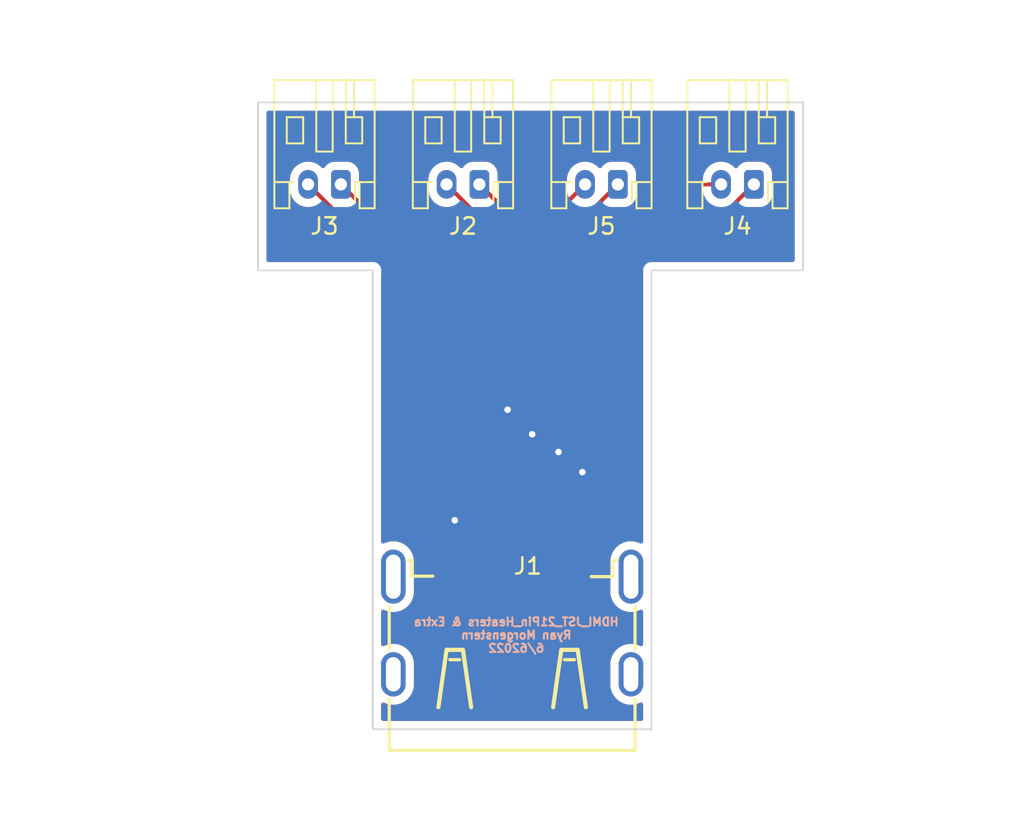
<source format=kicad_pcb>
(kicad_pcb (version 20211014) (generator pcbnew)
  (layers (0 "F.Cu" signal) (31 "B.Cu" signal) (34 "B.Paste" user) (35 "F.Paste" user) (36 "B.SilkS" user "B.Silkscreen") (37 "F.SilkS" user "F.Silkscreen") (38 "B.Mask" user) (39 "F.Mask" user) (44 "Edge.Cuts" user))
  (net 0 "")
  (net 1 "Net-(J1-Pad1)")
  (net 2 "GND")
  (net 3 "Net-(J1-Pad3)")
  (net 4 "Net-(J1-Pad4)")
  (net 5 "Net-(J1-Pad6)")
  (net 6 "Net-(J1-Pad7)")
  (net 7 "Net-(J1-Pad9)")
  (net 8 "Net-(J1-Pad10)")
  (net 9 "Net-(J1-Pad12)")
  (footprint "Connector_JST:JST_PH_S2B-PH-K_1x02_P2.00mm_Horizontal" (layer "F.Cu") (at -10.45 -26.5 180)
    (fp_text reference "J3" (at 1 -2.55) (layer "F.SilkS"))
    (fp_text value "Conn_01x02")
    (fp_line (start 2.3 4.1) (end 2.3 2.5) (layer "F.SilkS") (width 0.12))
    (fp_line (start -1.3 4.1) (end -0.3 4.1) (layer "F.SilkS") (width 0.12))
    (fp_line (start 1.5 2) (end 1.5 6.36) (layer "F.SilkS") (width 0.12))
    (fp_line (start -0.86 0.14) (end -0.86 -1.075) (layer "F.SilkS") (width 0.12))
    (fp_line (start -1.14 0.14) (end -1.14 -1.46) (layer "F.SilkS") (width 0.12))
    (fp_line (start 3.14 -1.46) (end 3.14 0.14) (layer "F.SilkS") (width 0.12))
    (fp_line (start -0.86 0.14) (end -1.14 0.14) (layer "F.SilkS") (width 0.12))
    (fp_line (start 3.3 4.1) (end 2.3 4.1) (layer "F.SilkS") (width 0.12))
    (fp_line (start 3.3 2.5) (end 3.3 4.1) (layer "F.SilkS") (width 0.12))
    (fp_line (start -0.3 2.5) (end -1.3 2.5) (layer "F.SilkS") (width 0.12))
    (fp_line (start 4.06 -1.46) (end 3.14 -1.46) (layer "F.SilkS") (width 0.12))
    (fp_line (start -2.06 0.14) (end -1.14 0.14) (layer "F.SilkS") (width 0.12))
    (fp_line (start 4.06 6.36) (end 4.06 -1.46) (layer "F.SilkS") (width 0.12))
    (fp_line (start -1.3 2.5) (end -1.3 4.1) (layer "F.SilkS") (width 0.12))
    (fp_line (start 0.5 6.36) (end 0.5 2) (layer "F.SilkS") (width 0.12))
    (fp_line (start -0.3 4.1) (end -0.3 2.5) (layer "F.SilkS") (width 0.12))
    (fp_line (start -2.06 6.36) (end 4.06 6.36) (layer "F.SilkS") (width 0.12))
    (fp_line (start -0.3 4.1) (end -0.3 6.36) (layer "F.SilkS") (width 0.12))
    (fp_line (start 4.06 0.14) (end 3.14 0.14) (layer "F.SilkS") (width 0.12))
    (fp_line (start -1.14 -1.46) (end -2.06 -1.46) (layer "F.SilkS") (width 0.12))
    (fp_line (start 0.5 2) (end 1.5 2) (layer "F.SilkS") (width 0.12))
    (fp_line (start -2.06 -1.46) (end -2.06 6.36) (layer "F.SilkS") (width 0.12))
    (fp_line (start -0.8 4.1) (end -0.8 6.36) (layer "F.SilkS") (width 0.12))
    (fp_line (start 3.14 0.14) (end 2.86 0.14) (layer "F.SilkS") (width 0.12))
    (fp_line (start 2.3 2.5) (end 3.3 2.5) (layer "F.SilkS") (width 0.12))
    (pad "1" thru_hole roundrect (at 0 0 180) (size 1.2 1.75) (drill 0.75) (layers *.Cu *.Mask) (roundrect_rratio 0.2083333333) (net 8 "Net-(J1-Pad10)"))
    (pad "2" thru_hole oval (at 2 0 180) (size 1.2 1.75) (drill 0.75) (layers *.Cu *.Mask) (net 9 "Net-(J1-Pad12)"))
  )
  (footprint "Connector_JST:JST_PH_S2B-PH-K_1x02_P2.00mm_Horizontal" (layer "F.Cu") (at -2 -26.5 180)
    (fp_text reference "J2" (at 1 -2.55) (layer "F.SilkS"))
    (fp_text value "Conn_01x02")
    (fp_line (start 0.5 2) (end 1.5 2) (layer "F.SilkS") (width 0.12))
    (fp_line (start -1.3 2.5) (end -1.3 4.1) (layer "F.SilkS") (width 0.12))
    (fp_line (start 3.3 2.5) (end 3.3 4.1) (layer "F.SilkS") (width 0.12))
    (fp_line (start 3.14 -1.46) (end 3.14 0.14) (layer "F.SilkS") (width 0.12))
    (fp_line (start -0.3 4.1) (end -0.3 2.5) (layer "F.SilkS") (width 0.12))
    (fp_line (start -1.14 0.14) (end -1.14 -1.46) (layer "F.SilkS") (width 0.12))
    (fp_line (start -2.06 6.36) (end 4.06 6.36) (layer "F.SilkS") (width 0.12))
    (fp_line (start 4.06 6.36) (end 4.06 -1.46) (layer "F.SilkS") (width 0.12))
    (fp_line (start -0.86 0.14) (end -1.14 0.14) (layer "F.SilkS") (width 0.12))
    (fp_line (start -1.14 -1.46) (end -2.06 -1.46) (layer "F.SilkS") (width 0.12))
    (fp_line (start -2.06 0.14) (end -1.14 0.14) (layer "F.SilkS") (width 0.12))
    (fp_line (start 1.5 2) (end 1.5 6.36) (layer "F.SilkS") (width 0.12))
    (fp_line (start 2.3 4.1) (end 2.3 2.5) (layer "F.SilkS") (width 0.12))
    (fp_line (start -2.06 -1.46) (end -2.06 6.36) (layer "F.SilkS") (width 0.12))
    (fp_line (start -0.3 2.5) (end -1.3 2.5) (layer "F.SilkS") (width 0.12))
    (fp_line (start 4.06 0.14) (end 3.14 0.14) (layer "F.SilkS") (width 0.12))
    (fp_line (start -0.3 4.1) (end -0.3 6.36) (layer "F.SilkS") (width 0.12))
    (fp_line (start 4.06 -1.46) (end 3.14 -1.46) (layer "F.SilkS") (width 0.12))
    (fp_line (start 3.14 0.14) (end 2.86 0.14) (layer "F.SilkS") (width 0.12))
    (fp_line (start -0.8 4.1) (end -0.8 6.36) (layer "F.SilkS") (width 0.12))
    (fp_line (start 2.3 2.5) (end 3.3 2.5) (layer "F.SilkS") (width 0.12))
    (fp_line (start -1.3 4.1) (end -0.3 4.1) (layer "F.SilkS") (width 0.12))
    (fp_line (start 3.3 4.1) (end 2.3 4.1) (layer "F.SilkS") (width 0.12))
    (fp_line (start 0.5 6.36) (end 0.5 2) (layer "F.SilkS") (width 0.12))
    (fp_line (start -0.86 0.14) (end -0.86 -1.075) (layer "F.SilkS") (width 0.12))
    (pad "1" thru_hole roundrect (at 0 0 180) (size 1.2 1.75) (drill 0.75) (layers *.Cu *.Mask) (roundrect_rratio 0.2083333333) (net 6 "Net-(J1-Pad7)"))
    (pad "2" thru_hole oval (at 2 0 180) (size 1.2 1.75) (drill 0.75) (layers *.Cu *.Mask) (net 7 "Net-(J1-Pad9)"))
  )
  (footprint "Connector_JST:JST_PH_S2B-PH-K_1x02_P2.00mm_Horizontal" (layer "F.Cu") (at 14.75 -26.5 180)
    (fp_text reference "J4" (at 1 -2.55) (layer "F.SilkS"))
    (fp_text value "Conn_01x02")
    (fp_line (start 3.14 0.14) (end 2.86 0.14) (layer "F.SilkS") (width 0.12))
    (fp_line (start -1.14 -1.46) (end -2.06 -1.46) (layer "F.SilkS") (width 0.12))
    (fp_line (start 1.5 2) (end 1.5 6.36) (layer "F.SilkS") (width 0.12))
    (fp_line (start -1.3 2.5) (end -1.3 4.1) (layer "F.SilkS") (width 0.12))
    (fp_line (start -0.8 4.1) (end -0.8 6.36) (layer "F.SilkS") (width 0.12))
    (fp_line (start 0.5 2) (end 1.5 2) (layer "F.SilkS") (width 0.12))
    (fp_line (start -1.3 4.1) (end -0.3 4.1) (layer "F.SilkS") (width 0.12))
    (fp_line (start -0.3 4.1) (end -0.3 2.5) (layer "F.SilkS") (width 0.12))
    (fp_line (start 3.14 -1.46) (end 3.14 0.14) (layer "F.SilkS") (width 0.12))
    (fp_line (start -0.3 4.1) (end -0.3 6.36) (layer "F.SilkS") (width 0.12))
    (fp_line (start -0.3 2.5) (end -1.3 2.5) (layer "F.SilkS") (width 0.12))
    (fp_line (start 4.06 6.36) (end 4.06 -1.46) (layer "F.SilkS") (width 0.12))
    (fp_line (start 2.3 4.1) (end 2.3 2.5) (layer "F.SilkS") (width 0.12))
    (fp_line (start 4.06 -1.46) (end 3.14 -1.46) (layer "F.SilkS") (width 0.12))
    (fp_line (start -2.06 0.14) (end -1.14 0.14) (layer "F.SilkS") (width 0.12))
    (fp_line (start 4.06 0.14) (end 3.14 0.14) (layer "F.SilkS") (width 0.12))
    (fp_line (start -2.06 6.36) (end 4.06 6.36) (layer "F.SilkS") (width 0.12))
    (fp_line (start -0.86 0.14) (end -1.14 0.14) (layer "F.SilkS") (width 0.12))
    (fp_line (start -0.86 0.14) (end -0.86 -1.075) (layer "F.SilkS") (width 0.12))
    (fp_line (start 3.3 4.1) (end 2.3 4.1) (layer "F.SilkS") (width 0.12))
    (fp_line (start -2.06 -1.46) (end -2.06 6.36) (layer "F.SilkS") (width 0.12))
    (fp_line (start 3.3 2.5) (end 3.3 4.1) (layer "F.SilkS") (width 0.12))
    (fp_line (start 0.5 6.36) (end 0.5 2) (layer "F.SilkS") (width 0.12))
    (fp_line (start -1.14 0.14) (end -1.14 -1.46) (layer "F.SilkS") (width 0.12))
    (fp_line (start 2.3 2.5) (end 3.3 2.5) (layer "F.SilkS") (width 0.12))
    (pad "1" thru_hole roundrect (at 0 0 180) (size 1.2 1.75) (drill 0.75) (layers *.Cu *.Mask) (roundrect_rratio 0.2083333333) (net 1 "Net-(J1-Pad1)"))
    (pad "2" thru_hole oval (at 2 0 180) (size 1.2 1.75) (drill 0.75) (layers *.Cu *.Mask) (net 3 "Net-(J1-Pad3)"))
  )
  (footprint "Connector_JST:JST_PH_S2B-PH-K_1x02_P2.00mm_Horizontal" (layer "F.Cu") (at 6.45 -26.5 180)
    (fp_text reference "J5" (at 1 -2.55) (layer "F.SilkS"))
    (fp_text value "Conn_01x02")
    (fp_line (start 3.3 4.1) (end 2.3 4.1) (layer "F.SilkS") (width 0.12))
    (fp_line (start -0.86 0.14) (end -0.86 -1.075) (layer "F.SilkS") (width 0.12))
    (fp_line (start -1.14 0.14) (end -1.14 -1.46) (layer "F.SilkS") (width 0.12))
    (fp_line (start 4.06 6.36) (end 4.06 -1.46) (layer "F.SilkS") (width 0.12))
    (fp_line (start -1.3 4.1) (end -0.3 4.1) (layer "F.SilkS") (width 0.12))
    (fp_line (start 4.06 0.14) (end 3.14 0.14) (layer "F.SilkS") (width 0.12))
    (fp_line (start 3.3 2.5) (end 3.3 4.1) (layer "F.SilkS") (width 0.12))
    (fp_line (start 1.5 2) (end 1.5 6.36) (layer "F.SilkS") (width 0.12))
    (fp_line (start 3.14 0.14) (end 2.86 0.14) (layer "F.SilkS") (width 0.12))
    (fp_line (start -1.3 2.5) (end -1.3 4.1) (layer "F.SilkS") (width 0.12))
    (fp_line (start -0.3 4.1) (end -0.3 2.5) (layer "F.SilkS") (width 0.12))
    (fp_line (start 4.06 -1.46) (end 3.14 -1.46) (layer "F.SilkS") (width 0.12))
    (fp_line (start -2.06 -1.46) (end -2.06 6.36) (layer "F.SilkS") (width 0.12))
    (fp_line (start -0.3 4.1) (end -0.3 6.36) (layer "F.SilkS") (width 0.12))
    (fp_line (start -0.86 0.14) (end -1.14 0.14) (layer "F.SilkS") (width 0.12))
    (fp_line (start -0.3 2.5) (end -1.3 2.5) (layer "F.SilkS") (width 0.12))
    (fp_line (start 2.3 4.1) (end 2.3 2.5) (layer "F.SilkS") (width 0.12))
    (fp_line (start -2.06 0.14) (end -1.14 0.14) (layer "F.SilkS") (width 0.12))
    (fp_line (start -2.06 6.36) (end 4.06 6.36) (layer "F.SilkS") (width 0.12))
    (fp_line (start -0.8 4.1) (end -0.8 6.36) (layer "F.SilkS") (width 0.12))
    (fp_line (start 0.5 6.36) (end 0.5 2) (layer "F.SilkS") (width 0.12))
    (fp_line (start 3.14 -1.46) (end 3.14 0.14) (layer "F.SilkS") (width 0.12))
    (fp_line (start 2.3 2.5) (end 3.3 2.5) (layer "F.SilkS") (width 0.12))
    (fp_line (start -1.14 -1.46) (end -2.06 -1.46) (layer "F.SilkS") (width 0.12))
    (fp_line (start 0.5 2) (end 1.5 2) (layer "F.SilkS") (width 0.12))
    (pad "1" thru_hole roundrect (at 0 0 180) (size 1.2 1.75) (drill 0.75) (layers *.Cu *.Mask) (roundrect_rratio 0.2083333333) (net 4 "Net-(J1-Pad4)"))
    (pad "2" thru_hole oval (at 2 0 180) (size 1.2 1.75) (drill 0.75) (layers *.Cu *.Mask) (net 5 "Net-(J1-Pad6)"))
  )
  (footprint "0_21Pin_FootprintLib:HDMI-SMD_HDMI-019S" (layer "F.Cu") (at 0 0)
    (fp_text reference "J1" (at 0 -3.207) (layer "F.SilkS") (effects (justify left)))
    (fp_text value "HDMI_A")
    (fp_line (start 4 1.904) (end 4.5 5.404) (layer "F.SilkS") (width 0.254))
    (fp_line (start 6.145 -2.575) (end 6.145 -3.563) (layer "F.SilkS") (width 0.2))
    (fp_line (start 6.352 -3.563) (end 6.352 -3.556) (layer "F.SilkS") (width 0.2))
    (fp_line (start -6.107 -3.545) (end -6.12 -3.545) (layer "F.SilkS") (width 0.2))
    (fp_line (start 7.5 1.876) (end 7.5 -0.743) (layer "F.SilkS") (width 0.2))
    (fp_line (start -6.35 -3.557) (end -6.107 -3.557) (layer "F.SilkS") (width 0.2))
    (fp_line (start 4.83 -2.565) (end 6.08 -2.565) (layer "F.SilkS") (width 0.2))
    (fp_line (start -3.2 2.504) (end -3.8 2.504) (layer "F.SilkS") (width 0.2))
    (fp_line (start 6.08 -2.565) (end 6.08 -2.575) (layer "F.SilkS") (width 0.2))
    (fp_line (start -7.5 1.875) (end -7.5 -0.743) (layer "F.SilkS") (width 0.2))
    (fp_line (start -6.107 -3.557) (end -6.107 -3.545) (layer "F.SilkS") (width 0.2))
    (fp_line (start -6.12 -2.592) (end -4.837 -2.592) (layer "F.SilkS") (width 0.2))
    (fp_line (start 7.5 8.036) (end 7.5 4.917) (layer "F.SilkS") (width 0.2))
    (fp_line (start 6.145 -3.563) (end 6.352 -3.563) (layer "F.SilkS") (width 0.2))
    (fp_line (start 3.2 2.504) (end 3.8 2.504) (layer "F.SilkS") (width 0.2))
    (fp_line (start -3 1.904) (end -4 1.904) (layer "F.SilkS") (width 0.254))
    (fp_line (start -6.12 -3.545) (end -6.12 -2.592) (layer "F.SilkS") (width 0.2))
    (fp_line (start 2.5 5.404) (end 3 1.904) (layer "F.SilkS") (width 0.254))
    (fp_line (start -7.5 8.036) (end -7.5 4.917) (layer "F.SilkS") (width 0.2))
    (fp_line (start 6.08 -2.575) (end 6.145 -2.575) (layer "F.SilkS") (width 0.2))
    (fp_line (start -2.5 5.404) (end -3 1.904) (layer "F.SilkS") (width 0.254))
    (fp_line (start -7.5 8.036) (end 7.5 8.036) (layer "F.SilkS") (width 0.2))
    (fp_line (start 3 1.904) (end 4 1.904) (layer "F.SilkS") (width 0.254))
    (fp_line (start -4 1.904) (end -4.5 5.404) (layer "F.SilkS") (width 0.254))
    (pad "1" smd oval (at 4.501 -3.396) (size 0.25 2.4) (layers "F.Cu" "F.Paste" "F.Mask") (net 1 "Net-(J1-Pad1)"))
    (pad "2" smd oval (at 4.001 -3.396) (size 0.25 2.4) (layers "F.Cu" "F.Paste" "F.Mask") (net 2 "GND"))
    (pad "3" smd oval (at 3.501 -3.396) (size 0.25 2.4) (layers "F.Cu" "F.Paste" "F.Mask") (net 3 "Net-(J1-Pad3)"))
    (pad "4" smd oval (at 3.001 -3.396) (size 0.25 2.4) (layers "F.Cu" "F.Paste" "F.Mask") (net 4 "Net-(J1-Pad4)"))
    (pad "5" smd oval (at 2.5 -3.396) (size 0.25 2.4) (layers "F.Cu" "F.Paste" "F.Mask") (net 2 "GND"))
    (pad "6" smd oval (at 2 -3.396) (size 0.25 2.4) (layers "F.Cu" "F.Paste" "F.Mask") (net 5 "Net-(J1-Pad6)"))
    (pad "7" smd oval (at 1.5 -3.396) (size 0.25 2.4) (layers "F.Cu" "F.Paste" "F.Mask") (net 6 "Net-(J1-Pad7)"))
    (pad "8" smd oval (at 1 -3.396) (size 0.25 2.4) (layers "F.Cu" "F.Paste" "F.Mask") (net 2 "GND"))
    (pad "9" smd oval (at 0.5 -3.396) (size 0.25 2.4) (layers "F.Cu" "F.Paste" "F.Mask") (net 7 "Net-(J1-Pad9)"))
    (pad "10" smd oval (at 0 -3.396) (size 0.25 2.4) (layers "F.Cu" "F.Paste" "F.Mask") (net 8 "Net-(J1-Pad10)"))
    (pad "11" smd oval (at -0.5 -3.396) (size 0.25 2.4) (layers "F.Cu" "F.Paste" "F.Mask") (net 2 "GND"))
    (pad "12" smd oval (at -1 -3.396) (size 0.25 2.4) (layers "F.Cu" "F.Paste" "F.Mask") (net 9 "Net-(J1-Pad12)"))
    (pad "13" smd oval (at -1.5 -3.396) (size 0.25 2.4) (layers "F.Cu" "F.Paste" "F.Mask"))
    (pad "14" smd oval (at -2 -3.396) (size 0.25 2.4) (layers "F.Cu" "F.Paste" "F.Mask"))
    (pad "15" smd oval (at -2.5 -3.396) (size 0.25 2.4) (layers "F.Cu" "F.Paste" "F.Mask"))
    (pad "16" smd oval (at -3.001 -3.396) (size 0.25 2.4) (layers "F.Cu" "F.Paste" "F.Mask"))
    (pad "17" smd oval (at -3.501 -3.396) (size 0.25 2.4) (layers "F.Cu" "F.Paste" "F.Mask") (net 2 "GND"))
    (pad "18" smd oval (at -4.001 -3.396) (size 0.25 2.4) (layers "F.Cu" "F.Paste" "F.Mask"))
    (pad "19" smd oval (at -4.501 -3.396) (size 0.25 2.4) (layers "F.Cu" "F.Paste" "F.Mask"))
    (pad "20" thru_hole oval (at 7.25 3.396) (size 1.5 2.7) (drill oval 0.9 2.1) (layers *.Cu *.Mask))
    (pad "21" thru_hole oval (at -7.25 3.396) (size 1.5 2.7) (drill oval 0.9 2.1) (layers *.Cu *.Mask))
    (pad "22" thru_hole oval (at 7.25 -2.564) (size 1.5 3.3) (drill oval 0.9 2.7) (layers *.Cu *.Mask))
    (pad "23" thru_hole oval (at -7.25 -2.564) (size 1.5 3.3) (drill oval 0.9 2.7) (layers *.Cu *.Mask))
  )
  (gr_line (start 17.75 -21.25) (end 17.75 -31.5) (layer "Edge.Cuts") (width 0.1))
  (gr_line (start -15.5 -31.5) (end 17.75 -31.5) (layer "Edge.Cuts") (width 0.1))
  (gr_line (start -15.5 -31.5) (end -15.5 -21.25) (layer "Edge.Cuts") (width 0.1))
  (gr_line (start -8.5 -21.25) (end -8.5 -14.75) (layer "Edge.Cuts") (width 0.1))
  (gr_line (start 8.5 -4.75) (end 8.5 -14.75) (layer "Edge.Cuts") (width 0.1))
  (gr_line (start 8.5 6.75) (end -8.5 6.75) (layer "Edge.Cuts") (width 0.1))
  (gr_line (start -8.5 -4.75) (end -8.5 6.75) (layer "Edge.Cuts") (width 0.1))
  (gr_line (start 8.5 -14.75) (end 8.5 -21.25) (layer "Edge.Cuts") (width 0.1))
  (gr_line (start -15.5 -21.25) (end -8.5 -21.25) (layer "Edge.Cuts") (width 0.1))
  (gr_line (start 8.5 -21.25) (end 17.75 -21.25) (layer "Edge.Cuts") (width 0.1))
  (gr_line (start -8.5 -4.75) (end -8.5 -14.75) (layer "Edge.Cuts") (width 0.1))
  (gr_line (start 8.5 -4.75) (end 8.5 6.75) (layer "Edge.Cuts") (width 0.1))
  (gr_text "HDMI_JST_21Pin_Heaters & Extra\nRyan Morgenstern\n6/62022" (at 0.25 1) (layer "B.SilkS") (effects (font (size 0.5 0.5) (thickness 0.125)) (justify mirror)))
  (segment (start 5.009441 -21.623723) (end 7.067859 -23.682141) (width 0.25) (layer "F.Cu") (net 1))
  (segment (start 5.009441 -3.904441) (end 5.009441 -21.623723) (width 0.25) (layer "F.Cu") (net 1))
  (segment (start 4.501 -3.396) (end 5.009441 -3.904441) (width 0.25) (layer "F.Cu") (net 1))
  (segment (start 7.067859 -23.682141) (end 11.932141 -23.682141) (width 0.25) (layer "F.Cu") (net 1))
  (segment (start 11.932141 -23.682141) (end 14.75 -26.5) (width 0.25) (layer "F.Cu") (net 1))
  (segment (start 1 -11.0255) (end 1.2245 -11.25) (width 0.25) (layer "F.Cu") (net 2))
  (segment (start -3.501 -5.999) (end -3.5 -6) (width 0.25) (layer "F.Cu") (net 2))
  (segment (start 1 -3.396) (end 1 -11.0255) (width 0.25) (layer "F.Cu") (net 2))
  (segment (start 4.001 -8.65664) (end 4.28493 -8.94057) (width 0.25) (layer "F.Cu") (net 2))
  (segment (start 2.5 -9.84057) (end 2.829715 -10.170285) (width 0.25) (layer "F.Cu") (net 2))
  (segment (start -0.5 -2.185283) (end -0.5 -3.396) (width 0.25) (layer "F.Cu") (net 2))
  (segment (start -0.5 -12.5255) (end -0.2755 -12.75) (width 0.25) (layer "F.Cu") (net 2))
  (segment (start 4.001 -3.396) (end 4.001 -8.65664) (width 0.25) (layer "F.Cu") (net 2))
  (segment (start 4.001 -2.185283) (end 4.001 -3.396) (width 0.25) (layer "F.Cu") (net 2))
  (segment (start 1 -2.134803) (end 1 -3.396) (width 0.25) (layer "F.Cu") (net 2))
  (segment (start -0.5 -3.396) (end -0.5 -12.5255) (width 0.25) (layer "F.Cu") (net 2))
  (segment (start -3.501 -3.396) (end -3.501 -5.999) (width 0.25) (layer "F.Cu") (net 2))
  (segment (start 2.5 -2.185283) (end 2.5 -3.396) (width 0.25) (layer "F.Cu") (net 2))
  (segment (start 2.5 -3.396) (end 2.5 -9.84057) (width 0.25) (layer "F.Cu") (net 2))
  (via (at 2.829715 -10.170285) (size 0.8) (drill 0.4) (layers "F.Cu" "B.Cu") (net 2))
  (via (at -3.5 -6) (size 0.8) (drill 0.4) (layers "F.Cu" "B.Cu") (net 2))
  (via (at 4.28493 -8.94057) (size 0.8) (drill 0.4) (layers "F.Cu" "B.Cu") (net 2))
  (via (at 1.2245 -11.25) (size 0.8) (drill 0.4) (layers "F.Cu" "B.Cu") (net 2))
  (via (at -0.2755 -12.75) (size 0.8) (drill 0.4) (layers "F.Cu" "B.Cu") (net 2))
  (segment (start 4.19952 -9.879758) (end 4.19952 -13.05048) (width 0.25) (layer "F.Cu") (net 3))
  (segment (start 3.5 -13.75) (end 3.5 -20.75) (width 0.25) (layer "F.Cu") (net 3))
  (segment (start 3.501 -9.181238) (end 4.19952 -9.879758) (width 0.25) (layer "F.Cu") (net 3))
  (segment (start 3.5 -20.75) (end 9.25 -26.5) (width 0.25) (layer "F.Cu") (net 3))
  (segment (start 9.25 -26.5) (end 12.75 -26.5) (width 0.25) (layer "F.Cu") (net 3))
  (segment (start 4.19952 -13.05048) (end 3.5 -13.75) (width 0.25) (layer "F.Cu") (net 3))
  (segment (start 3.501 -3.396) (end 3.501 -9.181238) (width 0.25) (layer "F.Cu") (net 3))
  (segment (start 3 -23.05) (end 6.45 -26.5) (width 0.25) (layer "F.Cu") (net 4))
  (segment (start 3 -11.5) (end 3 -23.05) (width 0.25) (layer "F.Cu") (net 4))
  (segment (start 3.75 -10.065956) (end 3.75 -10.75) (width 0.25) (layer "F.Cu") (net 4))
  (segment (start 3.001 -3.396) (end 3.001 -9.316956) (width 0.25) (layer "F.Cu") (net 4))
  (segment (start 3.75 -10.75) (end 3 -11.5) (width 0.25) (layer "F.Cu") (net 4))
  (segment (start 3.001 -9.316956) (end 3.75 -10.065956) (width 0.25) (layer "F.Cu") (net 4))
  (segment (start 2 -10.365168) (end 2.5 -10.865168) (width 0.25) (layer "F.Cu") (net 5))
  (segment (start 1.94952 -12.30048) (end 1.94952 -23.99952) (width 0.25) (layer "F.Cu") (net 5))
  (segment (start 1.94952 -23.99952) (end 4.45 -26.5) (width 0.25) (layer "F.Cu") (net 5))
  (segment (start 2.5 -11.75) (end 1.94952 -12.30048) (width 0.25) (layer "F.Cu") (net 5))
  (segment (start 2.5 -10.865168) (end 2.5 -11.75) (width 0.25) (layer "F.Cu") (net 5))
  (segment (start 2 -3.396) (end 2 -10.365168) (width 0.25) (layer "F.Cu") (net 5))
  (segment (start 1.5 -10.500886) (end 1.5 -3.396) (width 0.25) (layer "F.Cu") (net 6))
  (segment (start -2 -26.5) (end 1.5 -23) (width 0.25) (layer "F.Cu") (net 6))
  (segment (start 1.949011 -10.949897) (end 1.5 -10.500886) (width 0.25) (layer "F.Cu") (net 6))
  (segment (start 1.5 -12.098051) (end 1.949011 -11.64904) (width 0.25) (layer "F.Cu") (net 6))
  (segment (start 1.949011 -11.64904) (end 1.949011 -10.949897) (width 0.25) (layer "F.Cu") (net 6))
  (segment (start 1.5 -23) (end 1.5 -12.098051) (width 0.25) (layer "F.Cu") (net 6))
  (segment (start 0.5 -3.396) (end 0.5 -11.664762) (width 0.25) (layer "F.Cu") (net 7))
  (segment (start 0.898531 -12.063293) (end 0.898531 -21.601469) (width 0.25) (layer "F.Cu") (net 7))
  (segment (start 0.898531 -21.601469) (end -4 -26.5) (width 0.25) (layer "F.Cu") (net 7))
  (segment (start 0.5 -11.664762) (end 0.898531 -12.063293) (width 0.25) (layer "F.Cu") (net 7))
  (segment (start 0 -11.80048) (end 0 -3.396) (width 0.25) (layer "F.Cu") (net 8))
  (segment (start 0.449011 -12.249491) (end 0 -11.80048) (width 0.25) (layer "F.Cu") (net 8))
  (segment (start 0.449011 -15.600989) (end 0.449011 -12.249491) (width 0.25) (layer "F.Cu") (net 8))
  (segment (start -10.45 -26.5) (end 0.449011 -15.600989) (width 0.25) (layer "F.Cu") (net 8))
  (segment (start -1 -3.396) (end -1 -15.05) (width 0.25) (layer "F.Cu") (net 9))
  (segment (start -12.45 -26.5) (end -1 -15.05) (width 0.25) (layer "F.Cu") (net 9))
  (zone (net 2) (net_name "GND") (layer "F.Cu") (connect_pads (clearance 0.508)) (min_thickness 0.254) (fill yes (thermal_gap 0.508) (thermal_bridge_width 0.508))
    (polygon (pts (xy 28.5 -37.75) (xy 18.25 12.25) (xy -20.25 9.75) (xy -28.25 -36.75)))
  )
  (zone (net 2) (net_name "GND") (layer "B.Cu") (connect_pads (clearance 0.508)) (min_thickness 0.254) (fill yes (thermal_gap 0.508) (thermal_bridge_width 0.508))
    (polygon (pts (xy 31.25 -37.75) (xy 17.5 11) (xy -19 10.25) (xy -31.25 -36.25)))
  )
)
</source>
